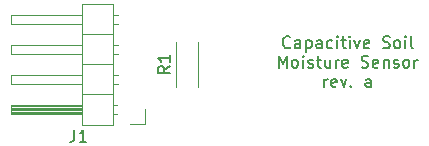
<source format=gbr>
G04 #@! TF.GenerationSoftware,KiCad,Pcbnew,5.99.0+really5.1.12+dfsg1-1*
G04 #@! TF.CreationDate,2021-11-22T15:57:05+08:00*
G04 #@! TF.ProjectId,probe1,70726f62-6531-42e6-9b69-6361645f7063,rev?*
G04 #@! TF.SameCoordinates,Original*
G04 #@! TF.FileFunction,Legend,Top*
G04 #@! TF.FilePolarity,Positive*
%FSLAX46Y46*%
G04 Gerber Fmt 4.6, Leading zero omitted, Abs format (unit mm)*
G04 Created by KiCad (PCBNEW 5.99.0+really5.1.12+dfsg1-1) date 2021-11-22 15:57:05*
%MOMM*%
%LPD*%
G01*
G04 APERTURE LIST*
%ADD10C,0.150000*%
%ADD11C,0.120000*%
G04 APERTURE END LIST*
D10*
X93842857Y-88707142D02*
X93795238Y-88754761D01*
X93652380Y-88802380D01*
X93557142Y-88802380D01*
X93414285Y-88754761D01*
X93319047Y-88659523D01*
X93271428Y-88564285D01*
X93223809Y-88373809D01*
X93223809Y-88230952D01*
X93271428Y-88040476D01*
X93319047Y-87945238D01*
X93414285Y-87850000D01*
X93557142Y-87802380D01*
X93652380Y-87802380D01*
X93795238Y-87850000D01*
X93842857Y-87897619D01*
X94700000Y-88802380D02*
X94700000Y-88278571D01*
X94652380Y-88183333D01*
X94557142Y-88135714D01*
X94366666Y-88135714D01*
X94271428Y-88183333D01*
X94700000Y-88754761D02*
X94604761Y-88802380D01*
X94366666Y-88802380D01*
X94271428Y-88754761D01*
X94223809Y-88659523D01*
X94223809Y-88564285D01*
X94271428Y-88469047D01*
X94366666Y-88421428D01*
X94604761Y-88421428D01*
X94700000Y-88373809D01*
X95176190Y-88135714D02*
X95176190Y-89135714D01*
X95176190Y-88183333D02*
X95271428Y-88135714D01*
X95461904Y-88135714D01*
X95557142Y-88183333D01*
X95604761Y-88230952D01*
X95652380Y-88326190D01*
X95652380Y-88611904D01*
X95604761Y-88707142D01*
X95557142Y-88754761D01*
X95461904Y-88802380D01*
X95271428Y-88802380D01*
X95176190Y-88754761D01*
X96509523Y-88802380D02*
X96509523Y-88278571D01*
X96461904Y-88183333D01*
X96366666Y-88135714D01*
X96176190Y-88135714D01*
X96080952Y-88183333D01*
X96509523Y-88754761D02*
X96414285Y-88802380D01*
X96176190Y-88802380D01*
X96080952Y-88754761D01*
X96033333Y-88659523D01*
X96033333Y-88564285D01*
X96080952Y-88469047D01*
X96176190Y-88421428D01*
X96414285Y-88421428D01*
X96509523Y-88373809D01*
X97414285Y-88754761D02*
X97319047Y-88802380D01*
X97128571Y-88802380D01*
X97033333Y-88754761D01*
X96985714Y-88707142D01*
X96938095Y-88611904D01*
X96938095Y-88326190D01*
X96985714Y-88230952D01*
X97033333Y-88183333D01*
X97128571Y-88135714D01*
X97319047Y-88135714D01*
X97414285Y-88183333D01*
X97842857Y-88802380D02*
X97842857Y-88135714D01*
X97842857Y-87802380D02*
X97795238Y-87850000D01*
X97842857Y-87897619D01*
X97890476Y-87850000D01*
X97842857Y-87802380D01*
X97842857Y-87897619D01*
X98176190Y-88135714D02*
X98557142Y-88135714D01*
X98319047Y-87802380D02*
X98319047Y-88659523D01*
X98366666Y-88754761D01*
X98461904Y-88802380D01*
X98557142Y-88802380D01*
X98890476Y-88802380D02*
X98890476Y-88135714D01*
X98890476Y-87802380D02*
X98842857Y-87850000D01*
X98890476Y-87897619D01*
X98938095Y-87850000D01*
X98890476Y-87802380D01*
X98890476Y-87897619D01*
X99271428Y-88135714D02*
X99509523Y-88802380D01*
X99747619Y-88135714D01*
X100509523Y-88754761D02*
X100414285Y-88802380D01*
X100223809Y-88802380D01*
X100128571Y-88754761D01*
X100080952Y-88659523D01*
X100080952Y-88278571D01*
X100128571Y-88183333D01*
X100223809Y-88135714D01*
X100414285Y-88135714D01*
X100509523Y-88183333D01*
X100557142Y-88278571D01*
X100557142Y-88373809D01*
X100080952Y-88469047D01*
X101700000Y-88754761D02*
X101842857Y-88802380D01*
X102080952Y-88802380D01*
X102176190Y-88754761D01*
X102223809Y-88707142D01*
X102271428Y-88611904D01*
X102271428Y-88516666D01*
X102223809Y-88421428D01*
X102176190Y-88373809D01*
X102080952Y-88326190D01*
X101890476Y-88278571D01*
X101795238Y-88230952D01*
X101747619Y-88183333D01*
X101700000Y-88088095D01*
X101700000Y-87992857D01*
X101747619Y-87897619D01*
X101795238Y-87850000D01*
X101890476Y-87802380D01*
X102128571Y-87802380D01*
X102271428Y-87850000D01*
X102842857Y-88802380D02*
X102747619Y-88754761D01*
X102700000Y-88707142D01*
X102652380Y-88611904D01*
X102652380Y-88326190D01*
X102700000Y-88230952D01*
X102747619Y-88183333D01*
X102842857Y-88135714D01*
X102985714Y-88135714D01*
X103080952Y-88183333D01*
X103128571Y-88230952D01*
X103176190Y-88326190D01*
X103176190Y-88611904D01*
X103128571Y-88707142D01*
X103080952Y-88754761D01*
X102985714Y-88802380D01*
X102842857Y-88802380D01*
X103604761Y-88802380D02*
X103604761Y-88135714D01*
X103604761Y-87802380D02*
X103557142Y-87850000D01*
X103604761Y-87897619D01*
X103652380Y-87850000D01*
X103604761Y-87802380D01*
X103604761Y-87897619D01*
X104223809Y-88802380D02*
X104128571Y-88754761D01*
X104080952Y-88659523D01*
X104080952Y-87802380D01*
X92890476Y-90452380D02*
X92890476Y-89452380D01*
X93223809Y-90166666D01*
X93557142Y-89452380D01*
X93557142Y-90452380D01*
X94176190Y-90452380D02*
X94080952Y-90404761D01*
X94033333Y-90357142D01*
X93985714Y-90261904D01*
X93985714Y-89976190D01*
X94033333Y-89880952D01*
X94080952Y-89833333D01*
X94176190Y-89785714D01*
X94319047Y-89785714D01*
X94414285Y-89833333D01*
X94461904Y-89880952D01*
X94509523Y-89976190D01*
X94509523Y-90261904D01*
X94461904Y-90357142D01*
X94414285Y-90404761D01*
X94319047Y-90452380D01*
X94176190Y-90452380D01*
X94938095Y-90452380D02*
X94938095Y-89785714D01*
X94938095Y-89452380D02*
X94890476Y-89500000D01*
X94938095Y-89547619D01*
X94985714Y-89500000D01*
X94938095Y-89452380D01*
X94938095Y-89547619D01*
X95366666Y-90404761D02*
X95461904Y-90452380D01*
X95652380Y-90452380D01*
X95747619Y-90404761D01*
X95795238Y-90309523D01*
X95795238Y-90261904D01*
X95747619Y-90166666D01*
X95652380Y-90119047D01*
X95509523Y-90119047D01*
X95414285Y-90071428D01*
X95366666Y-89976190D01*
X95366666Y-89928571D01*
X95414285Y-89833333D01*
X95509523Y-89785714D01*
X95652380Y-89785714D01*
X95747619Y-89833333D01*
X96080952Y-89785714D02*
X96461904Y-89785714D01*
X96223809Y-89452380D02*
X96223809Y-90309523D01*
X96271428Y-90404761D01*
X96366666Y-90452380D01*
X96461904Y-90452380D01*
X97223809Y-89785714D02*
X97223809Y-90452380D01*
X96795238Y-89785714D02*
X96795238Y-90309523D01*
X96842857Y-90404761D01*
X96938095Y-90452380D01*
X97080952Y-90452380D01*
X97176190Y-90404761D01*
X97223809Y-90357142D01*
X97700000Y-90452380D02*
X97700000Y-89785714D01*
X97700000Y-89976190D02*
X97747619Y-89880952D01*
X97795238Y-89833333D01*
X97890476Y-89785714D01*
X97985714Y-89785714D01*
X98700000Y-90404761D02*
X98604761Y-90452380D01*
X98414285Y-90452380D01*
X98319047Y-90404761D01*
X98271428Y-90309523D01*
X98271428Y-89928571D01*
X98319047Y-89833333D01*
X98414285Y-89785714D01*
X98604761Y-89785714D01*
X98700000Y-89833333D01*
X98747619Y-89928571D01*
X98747619Y-90023809D01*
X98271428Y-90119047D01*
X99890476Y-90404761D02*
X100033333Y-90452380D01*
X100271428Y-90452380D01*
X100366666Y-90404761D01*
X100414285Y-90357142D01*
X100461904Y-90261904D01*
X100461904Y-90166666D01*
X100414285Y-90071428D01*
X100366666Y-90023809D01*
X100271428Y-89976190D01*
X100080952Y-89928571D01*
X99985714Y-89880952D01*
X99938095Y-89833333D01*
X99890476Y-89738095D01*
X99890476Y-89642857D01*
X99938095Y-89547619D01*
X99985714Y-89500000D01*
X100080952Y-89452380D01*
X100319047Y-89452380D01*
X100461904Y-89500000D01*
X101271428Y-90404761D02*
X101176190Y-90452380D01*
X100985714Y-90452380D01*
X100890476Y-90404761D01*
X100842857Y-90309523D01*
X100842857Y-89928571D01*
X100890476Y-89833333D01*
X100985714Y-89785714D01*
X101176190Y-89785714D01*
X101271428Y-89833333D01*
X101319047Y-89928571D01*
X101319047Y-90023809D01*
X100842857Y-90119047D01*
X101747619Y-89785714D02*
X101747619Y-90452380D01*
X101747619Y-89880952D02*
X101795238Y-89833333D01*
X101890476Y-89785714D01*
X102033333Y-89785714D01*
X102128571Y-89833333D01*
X102176190Y-89928571D01*
X102176190Y-90452380D01*
X102604761Y-90404761D02*
X102700000Y-90452380D01*
X102890476Y-90452380D01*
X102985714Y-90404761D01*
X103033333Y-90309523D01*
X103033333Y-90261904D01*
X102985714Y-90166666D01*
X102890476Y-90119047D01*
X102747619Y-90119047D01*
X102652380Y-90071428D01*
X102604761Y-89976190D01*
X102604761Y-89928571D01*
X102652380Y-89833333D01*
X102747619Y-89785714D01*
X102890476Y-89785714D01*
X102985714Y-89833333D01*
X103604761Y-90452380D02*
X103509523Y-90404761D01*
X103461904Y-90357142D01*
X103414285Y-90261904D01*
X103414285Y-89976190D01*
X103461904Y-89880952D01*
X103509523Y-89833333D01*
X103604761Y-89785714D01*
X103747619Y-89785714D01*
X103842857Y-89833333D01*
X103890476Y-89880952D01*
X103938095Y-89976190D01*
X103938095Y-90261904D01*
X103890476Y-90357142D01*
X103842857Y-90404761D01*
X103747619Y-90452380D01*
X103604761Y-90452380D01*
X104366666Y-90452380D02*
X104366666Y-89785714D01*
X104366666Y-89976190D02*
X104414285Y-89880952D01*
X104461904Y-89833333D01*
X104557142Y-89785714D01*
X104652380Y-89785714D01*
X96747619Y-92102380D02*
X96747619Y-91435714D01*
X96747619Y-91626190D02*
X96795238Y-91530952D01*
X96842857Y-91483333D01*
X96938095Y-91435714D01*
X97033333Y-91435714D01*
X97747619Y-92054761D02*
X97652380Y-92102380D01*
X97461904Y-92102380D01*
X97366666Y-92054761D01*
X97319047Y-91959523D01*
X97319047Y-91578571D01*
X97366666Y-91483333D01*
X97461904Y-91435714D01*
X97652380Y-91435714D01*
X97747619Y-91483333D01*
X97795238Y-91578571D01*
X97795238Y-91673809D01*
X97319047Y-91769047D01*
X98128571Y-91435714D02*
X98366666Y-92102380D01*
X98604761Y-91435714D01*
X98985714Y-92007142D02*
X99033333Y-92054761D01*
X98985714Y-92102380D01*
X98938095Y-92054761D01*
X98985714Y-92007142D01*
X98985714Y-92102380D01*
X100652380Y-92102380D02*
X100652380Y-91578571D01*
X100604761Y-91483333D01*
X100509523Y-91435714D01*
X100319047Y-91435714D01*
X100223809Y-91483333D01*
X100652380Y-92054761D02*
X100557142Y-92102380D01*
X100319047Y-92102380D01*
X100223809Y-92054761D01*
X100176190Y-91959523D01*
X100176190Y-91864285D01*
X100223809Y-91769047D01*
X100319047Y-91721428D01*
X100557142Y-91721428D01*
X100652380Y-91673809D01*
D11*
G04 #@! TO.C,R1*
X86020000Y-92090000D02*
X86020000Y-88250000D01*
X84180000Y-92090000D02*
X84180000Y-88250000D01*
G04 #@! TO.C,J1*
X81570000Y-95270000D02*
X80300000Y-95270000D01*
X81570000Y-94000000D02*
X81570000Y-95270000D01*
X79257071Y-86000000D02*
X78860000Y-86000000D01*
X79257071Y-86760000D02*
X78860000Y-86760000D01*
X70200000Y-86000000D02*
X76200000Y-86000000D01*
X70200000Y-86760000D02*
X70200000Y-86000000D01*
X76200000Y-86760000D02*
X70200000Y-86760000D01*
X78860000Y-87650000D02*
X76200000Y-87650000D01*
X79257071Y-88540000D02*
X78860000Y-88540000D01*
X79257071Y-89300000D02*
X78860000Y-89300000D01*
X70200000Y-88540000D02*
X76200000Y-88540000D01*
X70200000Y-89300000D02*
X70200000Y-88540000D01*
X76200000Y-89300000D02*
X70200000Y-89300000D01*
X78860000Y-90190000D02*
X76200000Y-90190000D01*
X79257071Y-91080000D02*
X78860000Y-91080000D01*
X79257071Y-91840000D02*
X78860000Y-91840000D01*
X70200000Y-91080000D02*
X76200000Y-91080000D01*
X70200000Y-91840000D02*
X70200000Y-91080000D01*
X76200000Y-91840000D02*
X70200000Y-91840000D01*
X78860000Y-92730000D02*
X76200000Y-92730000D01*
X79190000Y-93620000D02*
X78860000Y-93620000D01*
X79190000Y-94380000D02*
X78860000Y-94380000D01*
X76200000Y-93720000D02*
X70200000Y-93720000D01*
X76200000Y-93840000D02*
X70200000Y-93840000D01*
X76200000Y-93960000D02*
X70200000Y-93960000D01*
X76200000Y-94080000D02*
X70200000Y-94080000D01*
X76200000Y-94200000D02*
X70200000Y-94200000D01*
X76200000Y-94320000D02*
X70200000Y-94320000D01*
X70200000Y-93620000D02*
X76200000Y-93620000D01*
X70200000Y-94380000D02*
X70200000Y-93620000D01*
X76200000Y-94380000D02*
X70200000Y-94380000D01*
X76200000Y-95330000D02*
X78860000Y-95330000D01*
X76200000Y-85050000D02*
X76200000Y-95330000D01*
X78860000Y-85050000D02*
X76200000Y-85050000D01*
X78860000Y-95330000D02*
X78860000Y-85050000D01*
G04 #@! TO.C,R1*
D10*
X83632380Y-90336666D02*
X83156190Y-90670000D01*
X83632380Y-90908095D02*
X82632380Y-90908095D01*
X82632380Y-90527142D01*
X82680000Y-90431904D01*
X82727619Y-90384285D01*
X82822857Y-90336666D01*
X82965714Y-90336666D01*
X83060952Y-90384285D01*
X83108571Y-90431904D01*
X83156190Y-90527142D01*
X83156190Y-90908095D01*
X83632380Y-89384285D02*
X83632380Y-89955714D01*
X83632380Y-89670000D02*
X82632380Y-89670000D01*
X82775238Y-89765238D01*
X82870476Y-89860476D01*
X82918095Y-89955714D01*
G04 #@! TO.C,J1*
X75581666Y-95722380D02*
X75581666Y-96436666D01*
X75534047Y-96579523D01*
X75438809Y-96674761D01*
X75295952Y-96722380D01*
X75200714Y-96722380D01*
X76581666Y-96722380D02*
X76010238Y-96722380D01*
X76295952Y-96722380D02*
X76295952Y-95722380D01*
X76200714Y-95865238D01*
X76105476Y-95960476D01*
X76010238Y-96008095D01*
G04 #@! TD*
M02*

</source>
